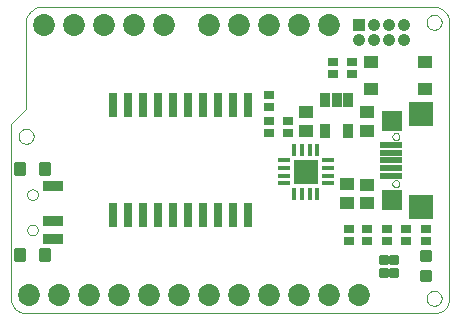
<source format=gbr>
G04 PROTEUS RS274X GERBER FILE*
%FSLAX45Y45*%
%MOMM*%
G01*
%ADD35C,1.854000*%
%AMPPAD030*
4,1,4,
-0.304800,1.028700,
0.304800,1.028700,
0.304800,-1.028700,
-0.304800,-1.028700,
-0.304800,1.028700,
0*%
%ADD36PPAD030*%
%AMPPAD031*
4,1,36,
-0.926200,-0.200000,
-0.926200,0.200000,
-0.924680,0.215580,
-0.920320,0.229990,
-0.913390,0.242940,
-0.904170,0.254170,
-0.892950,0.263390,
-0.879990,0.270320,
-0.865580,0.274680,
-0.850000,0.276200,
0.850000,0.276200,
0.865580,0.274680,
0.879990,0.270320,
0.892950,0.263390,
0.904170,0.254170,
0.913390,0.242940,
0.920320,0.229990,
0.924680,0.215580,
0.926200,0.200000,
0.926200,-0.200000,
0.924680,-0.215580,
0.920320,-0.229990,
0.913390,-0.242940,
0.904170,-0.254170,
0.892950,-0.263390,
0.879990,-0.270320,
0.865580,-0.274680,
0.850000,-0.276200,
-0.850000,-0.276200,
-0.865580,-0.274680,
-0.879990,-0.270320,
-0.892950,-0.263390,
-0.904170,-0.254170,
-0.913390,-0.242940,
-0.920320,-0.229990,
-0.924680,-0.215580,
-0.926200,-0.200000,
0*%
%ADD37PPAD031*%
%AMPPAD032*
4,1,36,
-0.877000,-0.750000,
-0.877000,0.750000,
-0.874470,0.775970,
-0.867200,0.799980,
-0.855650,0.821580,
-0.840290,0.840290,
-0.821570,0.855650,
-0.799980,0.867200,
-0.775970,0.874470,
-0.750000,0.877000,
0.750000,0.877000,
0.775970,0.874470,
0.799980,0.867200,
0.821570,0.855650,
0.840290,0.840290,
0.855650,0.821580,
0.867200,0.799980,
0.874470,0.775970,
0.877000,0.750000,
0.877000,-0.750000,
0.874470,-0.775970,
0.867200,-0.799980,
0.855650,-0.821580,
0.840290,-0.840290,
0.821570,-0.855650,
0.799980,-0.867200,
0.775970,-0.874470,
0.750000,-0.877000,
-0.750000,-0.877000,
-0.775970,-0.874470,
-0.799980,-0.867200,
-0.821570,-0.855650,
-0.840290,-0.840290,
-0.855650,-0.821580,
-0.867200,-0.799980,
-0.874470,-0.775970,
-0.877000,-0.750000,
0*%
%ADD38PPAD032*%
%AMPPAD033*
4,1,36,
-1.026200,-0.950000,
-1.026200,0.950000,
-1.024680,0.965580,
-1.020320,0.979990,
-1.013390,0.992940,
-1.004170,1.004170,
-0.992950,1.013390,
-0.979990,1.020320,
-0.965580,1.024680,
-0.950000,1.026200,
0.950000,1.026200,
0.965580,1.024680,
0.979990,1.020320,
0.992950,1.013390,
1.004170,1.004170,
1.013390,0.992940,
1.020320,0.979990,
1.024680,0.965580,
1.026200,0.950000,
1.026200,-0.950000,
1.024680,-0.965580,
1.020320,-0.979990,
1.013390,-0.992940,
1.004170,-1.004170,
0.992950,-1.013390,
0.979990,-1.020320,
0.965580,-1.024680,
0.950000,-1.026200,
-0.950000,-1.026200,
-0.965580,-1.024680,
-0.979990,-1.020320,
-0.992950,-1.013390,
-1.004170,-1.004170,
-1.013390,-0.992940,
-1.020320,-0.979990,
-1.024680,-0.965580,
-1.026200,-0.950000,
0*%
%ADD39PPAD033*%
%AMPPAD034*
4,1,4,
-0.520700,-0.177800,
-0.520700,0.177800,
0.520700,0.177800,
0.520700,-0.177800,
-0.520700,-0.177800,
0*%
%ADD40PPAD034*%
%AMPPAD035*
4,1,4,
-0.177800,0.520700,
0.177800,0.520700,
0.177800,-0.520700,
-0.177800,-0.520700,
-0.177800,0.520700,
0*%
%ADD41PPAD035*%
%AMPPAD036*
4,1,36,
-0.950000,1.026200,
0.950000,1.026200,
0.965580,1.024680,
0.979990,1.020320,
0.992940,1.013390,
1.004170,1.004170,
1.013390,0.992950,
1.020320,0.979990,
1.024680,0.965580,
1.026200,0.950000,
1.026200,-0.950000,
1.024680,-0.965580,
1.020320,-0.979990,
1.013390,-0.992950,
1.004170,-1.004170,
0.992940,-1.013390,
0.979990,-1.020320,
0.965580,-1.024680,
0.950000,-1.026200,
-0.950000,-1.026200,
-0.965580,-1.024680,
-0.979990,-1.020320,
-0.992940,-1.013390,
-1.004170,-1.004170,
-1.013390,-0.992950,
-1.020320,-0.979990,
-1.024680,-0.965580,
-1.026200,-0.950000,
-1.026200,0.950000,
-1.024680,0.965580,
-1.020320,0.979990,
-1.013390,0.992950,
-1.004170,1.004170,
-0.992940,1.013390,
-0.979990,1.020320,
-0.965580,1.024680,
-0.950000,1.026200,
0*%
%ADD42PPAD036*%
%AMPPAD037*
4,1,36,
0.500000,-0.477000,
-0.500000,-0.477000,
-0.525970,-0.474470,
-0.549980,-0.467200,
-0.571580,-0.455650,
-0.590290,-0.440290,
-0.605650,-0.421570,
-0.617200,-0.399980,
-0.624470,-0.375970,
-0.627000,-0.350000,
-0.627000,0.350000,
-0.624470,0.375970,
-0.617200,0.399980,
-0.605650,0.421570,
-0.590290,0.440290,
-0.571580,0.455650,
-0.549980,0.467200,
-0.525970,0.474470,
-0.500000,0.477000,
0.500000,0.477000,
0.525970,0.474470,
0.549980,0.467200,
0.571580,0.455650,
0.590290,0.440290,
0.605650,0.421570,
0.617200,0.399980,
0.624470,0.375970,
0.627000,0.350000,
0.627000,-0.350000,
0.624470,-0.375970,
0.617200,-0.399980,
0.605650,-0.421570,
0.590290,-0.440290,
0.571580,-0.455650,
0.549980,-0.467200,
0.525970,-0.474470,
0.500000,-0.477000,
0*%
%ADD43PPAD037*%
%AMPPAD038*
4,1,36,
0.400000,-0.576200,
-0.400000,-0.576200,
-0.415580,-0.574680,
-0.429990,-0.570320,
-0.442940,-0.563390,
-0.454170,-0.554170,
-0.463390,-0.542950,
-0.470320,-0.529990,
-0.474680,-0.515580,
-0.476200,-0.500000,
-0.476200,0.500000,
-0.474680,0.515580,
-0.470320,0.529990,
-0.463390,0.542950,
-0.454170,0.554170,
-0.442940,0.563390,
-0.429990,0.570320,
-0.415580,0.574680,
-0.400000,0.576200,
0.400000,0.576200,
0.415580,0.574680,
0.429990,0.570320,
0.442940,0.563390,
0.454170,0.554170,
0.463390,0.542950,
0.470320,0.529990,
0.474680,0.515580,
0.476200,0.500000,
0.476200,-0.500000,
0.474680,-0.515580,
0.470320,-0.529990,
0.463390,-0.542950,
0.454170,-0.554170,
0.442940,-0.563390,
0.429990,-0.570320,
0.415580,-0.574680,
0.400000,-0.576200,
0*%
%ADD44PPAD038*%
%AMPPAD039*
4,1,36,
0.750000,-0.426200,
-0.750000,-0.426200,
-0.765580,-0.424680,
-0.779990,-0.420320,
-0.792940,-0.413390,
-0.804170,-0.404170,
-0.813390,-0.392950,
-0.820320,-0.379990,
-0.824680,-0.365580,
-0.826200,-0.350000,
-0.826200,0.350000,
-0.824680,0.365580,
-0.820320,0.379990,
-0.813390,0.392950,
-0.804170,0.404170,
-0.792940,0.413390,
-0.779990,0.420320,
-0.765580,0.424680,
-0.750000,0.426200,
0.750000,0.426200,
0.765580,0.424680,
0.779990,0.420320,
0.792940,0.413390,
0.804170,0.404170,
0.813390,0.392950,
0.820320,0.379990,
0.824680,0.365580,
0.826200,0.350000,
0.826200,-0.350000,
0.824680,-0.365580,
0.820320,-0.379990,
0.813390,-0.392950,
0.804170,-0.404170,
0.792940,-0.413390,
0.779990,-0.420320,
0.765580,-0.424680,
0.750000,-0.426200,
0*%
%ADD45PPAD039*%
%AMPPAD040*
4,1,36,
0.330000,-0.627000,
-0.330000,-0.627000,
-0.355970,-0.624470,
-0.379980,-0.617200,
-0.401580,-0.605650,
-0.420290,-0.590290,
-0.435650,-0.571570,
-0.447200,-0.549980,
-0.454470,-0.525970,
-0.457000,-0.500000,
-0.457000,0.500000,
-0.454470,0.525970,
-0.447200,0.549980,
-0.435650,0.571570,
-0.420290,0.590290,
-0.401580,0.605650,
-0.379980,0.617200,
-0.355970,0.624470,
-0.330000,0.627000,
0.330000,0.627000,
0.355970,0.624470,
0.379980,0.617200,
0.401580,0.605650,
0.420290,0.590290,
0.435650,0.571570,
0.447200,0.549980,
0.454470,0.525970,
0.457000,0.500000,
0.457000,-0.500000,
0.454470,-0.525970,
0.447200,-0.549980,
0.435650,-0.571570,
0.420290,-0.590290,
0.401580,-0.605650,
0.379980,-0.617200,
0.355970,-0.624470,
0.330000,-0.627000,
0*%
%ADD46PPAD040*%
%AMPPAD041*
4,1,48,
-0.323000,0.526200,
0.323000,0.526200,
0.344120,0.525170,
0.364550,0.522160,
0.402970,0.510520,
0.437520,0.492040,
0.467460,0.467460,
0.492040,0.437520,
0.510520,0.402970,
0.522160,0.364550,
0.525170,0.344120,
0.526200,0.323000,
0.526200,-0.323000,
0.525170,-0.344120,
0.522160,-0.364550,
0.510520,-0.402970,
0.492040,-0.437520,
0.467460,-0.467460,
0.437520,-0.492040,
0.402970,-0.510520,
0.364550,-0.522160,
0.344120,-0.525170,
0.323000,-0.526200,
-0.323000,-0.526200,
-0.344120,-0.525170,
-0.364550,-0.522160,
-0.384200,-0.517240,
-0.402970,-0.510520,
-0.437520,-0.492040,
-0.467460,-0.467460,
-0.492040,-0.437520,
-0.510520,-0.402970,
-0.517240,-0.384200,
-0.522160,-0.364550,
-0.525170,-0.344120,
-0.526200,-0.323000,
-0.526200,0.323000,
-0.525170,0.344120,
-0.522160,0.364550,
-0.517240,0.384200,
-0.510520,0.402970,
-0.492040,0.437520,
-0.467460,0.467460,
-0.437520,0.492040,
-0.402970,0.510520,
-0.384200,0.517240,
-0.364550,0.522160,
-0.344120,0.525170,
-0.323000,0.526200,
0*%
%ADD47PPAD041*%
%ADD48C,1.052400*%
%AMPPAD043*
4,1,36,
0.401200,0.325000,
0.401200,-0.325000,
0.399680,-0.340580,
0.395320,-0.354990,
0.388390,-0.367940,
0.379170,-0.379170,
0.367950,-0.388390,
0.354990,-0.395320,
0.340580,-0.399680,
0.325000,-0.401200,
-0.325000,-0.401200,
-0.340580,-0.399680,
-0.354990,-0.395320,
-0.367950,-0.388390,
-0.379170,-0.379170,
-0.388390,-0.367940,
-0.395320,-0.354990,
-0.399680,-0.340580,
-0.401200,-0.325000,
-0.401200,0.325000,
-0.399680,0.340580,
-0.395320,0.354990,
-0.388390,0.367940,
-0.379170,0.379170,
-0.367950,0.388390,
-0.354990,0.395320,
-0.340580,0.399680,
-0.325000,0.401200,
0.325000,0.401200,
0.340580,0.399680,
0.354990,0.395320,
0.367950,0.388390,
0.379170,0.379170,
0.388390,0.367940,
0.395320,0.354990,
0.399680,0.340580,
0.401200,0.325000,
0*%
%ADD49PPAD043*%
%AMPPAD044*
4,1,36,
0.476200,0.400000,
0.476200,-0.400000,
0.474680,-0.415580,
0.470320,-0.429990,
0.463390,-0.442940,
0.454170,-0.454170,
0.442950,-0.463390,
0.429990,-0.470320,
0.415580,-0.474680,
0.400000,-0.476200,
-0.400000,-0.476200,
-0.415580,-0.474680,
-0.429990,-0.470320,
-0.442950,-0.463390,
-0.454170,-0.454170,
-0.463390,-0.442940,
-0.470320,-0.429990,
-0.474680,-0.415580,
-0.476200,-0.400000,
-0.476200,0.400000,
-0.474680,0.415580,
-0.470320,0.429990,
-0.463390,0.442940,
-0.454170,0.454170,
-0.442950,0.463390,
-0.429990,0.470320,
-0.415580,0.474680,
-0.400000,0.476200,
0.400000,0.476200,
0.415580,0.474680,
0.429990,0.470320,
0.442950,0.463390,
0.454170,0.454170,
0.463390,0.442940,
0.470320,0.429990,
0.474680,0.415580,
0.476200,0.400000,
0*%
%ADD50PPAD044*%
%AMPPAD045*
4,1,36,
-0.451200,-0.275000,
-0.451200,0.275000,
-0.449680,0.290580,
-0.445320,0.304990,
-0.438390,0.317940,
-0.429170,0.329170,
-0.417950,0.338390,
-0.404990,0.345320,
-0.390580,0.349680,
-0.375000,0.351200,
0.375000,0.351200,
0.390580,0.349680,
0.404990,0.345320,
0.417950,0.338390,
0.429170,0.329170,
0.438390,0.317940,
0.445320,0.304990,
0.449680,0.290580,
0.451200,0.275000,
0.451200,-0.275000,
0.449680,-0.290580,
0.445320,-0.304990,
0.438390,-0.317940,
0.429170,-0.329170,
0.417950,-0.338390,
0.404990,-0.345320,
0.390580,-0.349680,
0.375000,-0.351200,
-0.375000,-0.351200,
-0.390580,-0.349680,
-0.404990,-0.345320,
-0.417950,-0.338390,
-0.429170,-0.329170,
-0.438390,-0.317940,
-0.445320,-0.304990,
-0.449680,-0.290580,
-0.451200,-0.275000,
0*%
%ADD51PPAD045*%
%AMPPAD046*
4,1,36,
0.601200,0.450000,
0.601200,-0.450000,
0.599680,-0.465580,
0.595320,-0.479990,
0.588390,-0.492940,
0.579170,-0.504170,
0.567950,-0.513390,
0.554990,-0.520320,
0.540580,-0.524680,
0.525000,-0.526200,
-0.525000,-0.526200,
-0.540580,-0.524680,
-0.554990,-0.520320,
-0.567950,-0.513390,
-0.579170,-0.504170,
-0.588390,-0.492940,
-0.595320,-0.479990,
-0.599680,-0.465580,
-0.601200,-0.450000,
-0.601200,0.450000,
-0.599680,0.465580,
-0.595320,0.479990,
-0.588390,0.492940,
-0.579170,0.504170,
-0.567950,0.513390,
-0.554990,0.520320,
-0.540580,0.524680,
-0.525000,0.526200,
0.525000,0.526200,
0.540580,0.524680,
0.554990,0.520320,
0.567950,0.513390,
0.579170,0.504170,
0.588390,0.492940,
0.595320,0.479990,
0.599680,0.465580,
0.601200,0.450000,
0*%
%ADD52PPAD046*%
%ADD73C,0.025400*%
D35*
X+2540000Y+2286000D03*
X+2286000Y+2286000D03*
X+2032000Y+2286000D03*
X+1778000Y+2286000D03*
X+1524000Y+2286000D03*
X+1143000Y+2286000D03*
X+889000Y+2286000D03*
X+635000Y+2286000D03*
X+381000Y+2286000D03*
X+127000Y+2286000D03*
X+0Y+0D03*
X+254000Y+0D03*
X+508000Y+0D03*
X+762000Y+0D03*
X+1016000Y+0D03*
X+1270000Y+0D03*
X+1524000Y+0D03*
X+1778000Y+0D03*
X+2032000Y+0D03*
X+2286000Y+0D03*
X+2540000Y+0D03*
X+2794000Y+0D03*
X+2540000Y+2286000D03*
X+2286000Y+2286000D03*
X+2032000Y+2286000D03*
X+1778000Y+2286000D03*
X+1524000Y+2286000D03*
X+1143000Y+2286000D03*
X+889000Y+2286000D03*
X+635000Y+2286000D03*
X+381000Y+2286000D03*
X+127000Y+2286000D03*
X+0Y+0D03*
X+254000Y+0D03*
X+508000Y+0D03*
X+762000Y+0D03*
X+1016000Y+0D03*
X+1270000Y+0D03*
X+1524000Y+0D03*
X+1778000Y+0D03*
X+2032000Y+0D03*
X+2286000Y+0D03*
X+2540000Y+0D03*
X+2794000Y+0D03*
D36*
X+1854200Y+1606550D03*
X+1727200Y+1606550D03*
X+1600200Y+1606550D03*
X+1473200Y+1606550D03*
X+1346200Y+1606550D03*
X+1219200Y+1606550D03*
X+1092200Y+1606550D03*
X+965200Y+1606550D03*
X+838200Y+1606550D03*
X+711200Y+1606550D03*
X+711200Y+676550D03*
X+838200Y+676550D03*
X+965200Y+676550D03*
X+1092200Y+676550D03*
X+1219200Y+676550D03*
X+1346200Y+676550D03*
X+1473200Y+676550D03*
X+1600200Y+676550D03*
X+1727200Y+676550D03*
X+1854200Y+676550D03*
D37*
X+3060700Y+1013000D03*
X+3060700Y+1078000D03*
X+3060700Y+1143000D03*
X+3060700Y+1208000D03*
X+3060700Y+1273000D03*
D38*
X+3075700Y+1478000D03*
X+3075700Y+808000D03*
D39*
X+3320700Y+748000D03*
X+3320700Y+1538000D03*
D40*
X+2157300Y+1143000D03*
X+2157300Y+1078000D03*
X+2157300Y+1013000D03*
X+2157300Y+948000D03*
D41*
X+2244800Y+860500D03*
X+2309800Y+860500D03*
X+2374800Y+860500D03*
X+2439800Y+860500D03*
D40*
X+2527300Y+948000D03*
X+2527300Y+1013000D03*
X+2527300Y+1078000D03*
X+2527300Y+1143000D03*
D41*
X+2439800Y+1230500D03*
X+2374800Y+1230500D03*
X+2309800Y+1230500D03*
X+2244800Y+1230500D03*
D42*
X+2342300Y+1045500D03*
D43*
X+3352800Y+1973250D03*
X+2892800Y+1973250D03*
X+2892800Y+1748250D03*
X+3352800Y+1748250D03*
D44*
X+133800Y+336800D03*
X-76200Y+1066800D03*
X+133800Y+1066800D03*
X-76200Y+336800D03*
D45*
X+203800Y+926800D03*
X+203800Y+626800D03*
X+203800Y+476800D03*
D46*
X+2698750Y+1650650D03*
X+2603750Y+1650650D03*
X+2508750Y+1650650D03*
X+2508750Y+1390650D03*
X+2698750Y+1390650D03*
D47*
X+2794000Y+2286000D03*
D48*
X+2794000Y+2159000D03*
X+2921000Y+2286000D03*
X+2921000Y+2159000D03*
X+3048000Y+2286000D03*
X+3048000Y+2159000D03*
X+3175000Y+2286000D03*
X+3175000Y+2159000D03*
D49*
X+3088550Y+296850D03*
X+3088550Y+191850D03*
X+3003550Y+296850D03*
X+3003550Y+191850D03*
D50*
X+3359150Y+328600D03*
X+3359150Y+163600D03*
D51*
X+3194050Y+457200D03*
X+3194050Y+557200D03*
X+3028950Y+557200D03*
X+3028950Y+457200D03*
X+2190750Y+1471600D03*
X+2190750Y+1371600D03*
D52*
X+2857500Y+936800D03*
X+2857500Y+776800D03*
X+2863850Y+1550650D03*
X+2863850Y+1390650D03*
X+2692400Y+779800D03*
X+2692400Y+939800D03*
D51*
X+3359150Y+557200D03*
X+3359150Y+457200D03*
D52*
X+2343150Y+1390650D03*
X+2343150Y+1550650D03*
D51*
X+2032000Y+1371600D03*
X+2032000Y+1471600D03*
X+2863850Y+457200D03*
X+2863850Y+557200D03*
X+2705100Y+457200D03*
X+2705100Y+557200D03*
X+2568950Y+1873250D03*
X+2568950Y+1973250D03*
X+2734050Y+1873250D03*
X+2734050Y+1973250D03*
X+2032000Y+1695450D03*
X+2032000Y+1595450D03*
D73*
X-152400Y-25400D02*
X-149873Y-51367D01*
X-142602Y-75381D01*
X-131052Y-96977D01*
X-115689Y-115689D01*
X-96977Y-131052D01*
X-75381Y-142602D01*
X-51367Y-149873D01*
X-25400Y-152400D01*
X+3429000Y-152400D01*
X+3454967Y-149873D01*
X+3478981Y-142602D01*
X+3500577Y-131052D01*
X+3519289Y-115689D01*
X+3534652Y-96977D01*
X+3546202Y-75381D01*
X+3553473Y-51367D01*
X+3556000Y-25400D01*
X+3556000Y+2311400D01*
X+3553473Y+2337367D01*
X+3546202Y+2361381D01*
X+3534652Y+2382977D01*
X+3519289Y+2401689D01*
X+3500577Y+2417052D01*
X+3478981Y+2428602D01*
X+3454967Y+2435873D01*
X+3429000Y+2438400D01*
X+101600Y+2438400D01*
X+75632Y+2435873D01*
X+51618Y+2428602D01*
X+30023Y+2417052D01*
X+11311Y+2401689D01*
X-4052Y+2382977D01*
X-15602Y+2361381D01*
X-22873Y+2337367D01*
X-25400Y+2311400D01*
X-25400Y+1574800D01*
X-152400Y+1447800D01*
X-152400Y-25400D01*
X+3492500Y-25400D02*
X+3492283Y-20153D01*
X+3490518Y-9658D01*
X+3486826Y+837D01*
X+3480798Y+11332D01*
X+3471576Y+21712D01*
X+3461081Y+29400D01*
X+3450586Y+34318D01*
X+3440091Y+37124D01*
X+3429596Y+38097D01*
X+3429000Y+38100D01*
X+3365500Y-25400D02*
X+3365717Y-20153D01*
X+3367482Y-9658D01*
X+3371174Y+837D01*
X+3377202Y+11332D01*
X+3386424Y+21712D01*
X+3396919Y+29400D01*
X+3407414Y+34318D01*
X+3417909Y+37124D01*
X+3428404Y+38097D01*
X+3429000Y+38100D01*
X+3365500Y-25400D02*
X+3365717Y-30647D01*
X+3367482Y-41142D01*
X+3371174Y-51637D01*
X+3377202Y-62132D01*
X+3386424Y-72512D01*
X+3396919Y-80200D01*
X+3407414Y-85118D01*
X+3417909Y-87924D01*
X+3428404Y-88897D01*
X+3429000Y-88900D01*
X+3492500Y-25400D02*
X+3492283Y-30647D01*
X+3490518Y-41142D01*
X+3486826Y-51637D01*
X+3480798Y-62132D01*
X+3471576Y-72512D01*
X+3461081Y-80200D01*
X+3450586Y-85118D01*
X+3440091Y-87924D01*
X+3429596Y-88897D01*
X+3429000Y-88900D01*
X+3492500Y+2311400D02*
X+3492283Y+2316647D01*
X+3490518Y+2327142D01*
X+3486826Y+2337637D01*
X+3480798Y+2348132D01*
X+3471576Y+2358512D01*
X+3461081Y+2366200D01*
X+3450586Y+2371118D01*
X+3440091Y+2373924D01*
X+3429596Y+2374897D01*
X+3429000Y+2374900D01*
X+3365500Y+2311400D02*
X+3365717Y+2316647D01*
X+3367482Y+2327142D01*
X+3371174Y+2337637D01*
X+3377202Y+2348132D01*
X+3386424Y+2358512D01*
X+3396919Y+2366200D01*
X+3407414Y+2371118D01*
X+3417909Y+2373924D01*
X+3428404Y+2374897D01*
X+3429000Y+2374900D01*
X+3365500Y+2311400D02*
X+3365717Y+2306153D01*
X+3367482Y+2295658D01*
X+3371174Y+2285163D01*
X+3377202Y+2274668D01*
X+3386424Y+2264288D01*
X+3396919Y+2256600D01*
X+3407414Y+2251682D01*
X+3417909Y+2248876D01*
X+3428404Y+2247903D01*
X+3429000Y+2247900D01*
X+3492500Y+2311400D02*
X+3492283Y+2306153D01*
X+3490518Y+2295658D01*
X+3486826Y+2285163D01*
X+3480798Y+2274668D01*
X+3471576Y+2264288D01*
X+3461081Y+2256600D01*
X+3450586Y+2251682D01*
X+3440091Y+2248876D01*
X+3429596Y+2247903D01*
X+3429000Y+2247900D01*
X+38100Y+1346200D02*
X+37883Y+1351447D01*
X+36118Y+1361942D01*
X+32426Y+1372437D01*
X+26398Y+1382932D01*
X+17176Y+1393312D01*
X+6681Y+1401000D01*
X-3814Y+1405918D01*
X-14309Y+1408724D01*
X-24804Y+1409697D01*
X-25400Y+1409700D01*
X-88900Y+1346200D02*
X-88683Y+1351447D01*
X-86918Y+1361942D01*
X-83226Y+1372437D01*
X-77198Y+1382932D01*
X-67976Y+1393312D01*
X-57481Y+1401000D01*
X-46986Y+1405918D01*
X-36491Y+1408724D01*
X-25996Y+1409697D01*
X-25400Y+1409700D01*
X-88900Y+1346200D02*
X-88683Y+1340953D01*
X-86918Y+1330458D01*
X-83226Y+1319963D01*
X-77198Y+1309468D01*
X-67976Y+1299088D01*
X-57481Y+1291400D01*
X-46986Y+1286482D01*
X-36491Y+1283676D01*
X-25996Y+1282703D01*
X-25400Y+1282700D01*
X+38100Y+1346200D02*
X+37883Y+1340953D01*
X+36118Y+1330458D01*
X+32426Y+1319963D01*
X+26398Y+1309468D01*
X+17176Y+1299088D01*
X+6681Y+1291400D01*
X-3814Y+1286482D01*
X-14309Y+1283676D01*
X-24804Y+1282703D01*
X-25400Y+1282700D01*
X+3135700Y+943000D02*
X+3135597Y+945489D01*
X+3134755Y+950469D01*
X+3132995Y+955449D01*
X+3130118Y+960429D01*
X+3125717Y+965345D01*
X+3120737Y+968959D01*
X+3115757Y+971264D01*
X+3110777Y+972567D01*
X+3105797Y+973000D01*
X+3105700Y+973000D01*
X+3075700Y+943000D02*
X+3075803Y+945489D01*
X+3076645Y+950469D01*
X+3078405Y+955449D01*
X+3081282Y+960429D01*
X+3085683Y+965345D01*
X+3090663Y+968959D01*
X+3095643Y+971264D01*
X+3100623Y+972567D01*
X+3105603Y+973000D01*
X+3105700Y+973000D01*
X+3075700Y+943000D02*
X+3075803Y+940511D01*
X+3076645Y+935531D01*
X+3078405Y+930551D01*
X+3081282Y+925571D01*
X+3085683Y+920655D01*
X+3090663Y+917041D01*
X+3095643Y+914736D01*
X+3100623Y+913433D01*
X+3105603Y+913000D01*
X+3105700Y+913000D01*
X+3135700Y+943000D02*
X+3135597Y+940511D01*
X+3134755Y+935531D01*
X+3132995Y+930551D01*
X+3130118Y+925571D01*
X+3125717Y+920655D01*
X+3120737Y+917041D01*
X+3115757Y+914736D01*
X+3110777Y+913433D01*
X+3105797Y+913000D01*
X+3105700Y+913000D01*
X+3135700Y+1343000D02*
X+3135597Y+1345489D01*
X+3134755Y+1350469D01*
X+3132995Y+1355449D01*
X+3130118Y+1360429D01*
X+3125717Y+1365345D01*
X+3120737Y+1368959D01*
X+3115757Y+1371264D01*
X+3110777Y+1372567D01*
X+3105797Y+1373000D01*
X+3105700Y+1373000D01*
X+3075700Y+1343000D02*
X+3075803Y+1345489D01*
X+3076645Y+1350469D01*
X+3078405Y+1355449D01*
X+3081282Y+1360429D01*
X+3085683Y+1365345D01*
X+3090663Y+1368959D01*
X+3095643Y+1371264D01*
X+3100623Y+1372567D01*
X+3105603Y+1373000D01*
X+3105700Y+1373000D01*
X+3075700Y+1343000D02*
X+3075803Y+1340511D01*
X+3076645Y+1335531D01*
X+3078405Y+1330551D01*
X+3081282Y+1325571D01*
X+3085683Y+1320655D01*
X+3090663Y+1317041D01*
X+3095643Y+1314736D01*
X+3100623Y+1313433D01*
X+3105603Y+1313000D01*
X+3105700Y+1313000D01*
X+3135700Y+1343000D02*
X+3135597Y+1340511D01*
X+3134755Y+1335531D01*
X+3132995Y+1330551D01*
X+3130118Y+1325571D01*
X+3125717Y+1320655D01*
X+3120737Y+1317041D01*
X+3115757Y+1314736D01*
X+3110777Y+1313433D01*
X+3105797Y+1313000D01*
X+3105700Y+1313000D01*
X+73800Y+551800D02*
X+73645Y+555527D01*
X+72389Y+562982D01*
X+69759Y+570437D01*
X+65463Y+577892D01*
X+58893Y+585258D01*
X+51438Y+590691D01*
X+43983Y+594161D01*
X+36528Y+596131D01*
X+29073Y+596799D01*
X+28800Y+596800D01*
X-16200Y+551800D02*
X-16045Y+555527D01*
X-14789Y+562982D01*
X-12159Y+570437D01*
X-7863Y+577892D01*
X-1293Y+585258D01*
X+6162Y+590691D01*
X+13617Y+594161D01*
X+21072Y+596131D01*
X+28527Y+596799D01*
X+28800Y+596800D01*
X-16200Y+551800D02*
X-16045Y+548073D01*
X-14789Y+540618D01*
X-12159Y+533163D01*
X-7863Y+525708D01*
X-1293Y+518342D01*
X+6162Y+512909D01*
X+13617Y+509439D01*
X+21072Y+507469D01*
X+28527Y+506801D01*
X+28800Y+506800D01*
X+73800Y+551800D02*
X+73645Y+548073D01*
X+72389Y+540618D01*
X+69759Y+533163D01*
X+65463Y+525708D01*
X+58893Y+518342D01*
X+51438Y+512909D01*
X+43983Y+509439D01*
X+36528Y+507469D01*
X+29073Y+506801D01*
X+28800Y+506800D01*
X+73800Y+851800D02*
X+73645Y+855527D01*
X+72389Y+862982D01*
X+69759Y+870437D01*
X+65463Y+877892D01*
X+58893Y+885258D01*
X+51438Y+890691D01*
X+43983Y+894161D01*
X+36528Y+896131D01*
X+29073Y+896799D01*
X+28800Y+896800D01*
X-16200Y+851800D02*
X-16045Y+855527D01*
X-14789Y+862982D01*
X-12159Y+870437D01*
X-7863Y+877892D01*
X-1293Y+885258D01*
X+6162Y+890691D01*
X+13617Y+894161D01*
X+21072Y+896131D01*
X+28527Y+896799D01*
X+28800Y+896800D01*
X-16200Y+851800D02*
X-16045Y+848073D01*
X-14789Y+840618D01*
X-12159Y+833163D01*
X-7863Y+825708D01*
X-1293Y+818342D01*
X+6162Y+812909D01*
X+13617Y+809439D01*
X+21072Y+807469D01*
X+28527Y+806801D01*
X+28800Y+806800D01*
X+73800Y+851800D02*
X+73645Y+848073D01*
X+72389Y+840618D01*
X+69759Y+833163D01*
X+65463Y+825708D01*
X+58893Y+818342D01*
X+51438Y+812909D01*
X+43983Y+809439D01*
X+36528Y+807469D01*
X+29073Y+806801D01*
X+28800Y+806800D01*
M02*

</source>
